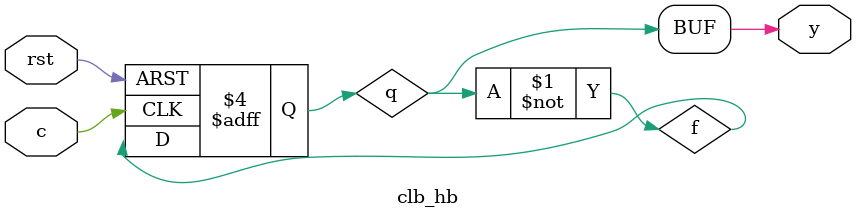
<source format=v>
module clb_hb(
	input c,
	input rst,
	output y
);

	wire f;
	reg q;
	
	assign f = ~q;
	
	always @(posedge c, negedge rst) begin
		if (rst == 1'b0) begin
			q <= 1'b0;
		end else begin
			q <= f;
		end
	end
	
	assign y = q;
	
endmodule


</source>
